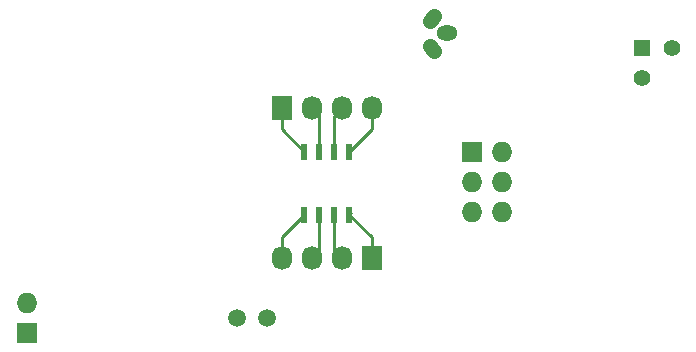
<source format=gbr>
G04 #@! TF.FileFunction,Copper,L2,Bot,Signal*
%FSLAX46Y46*%
G04 Gerber Fmt 4.6, Leading zero omitted, Abs format (unit mm)*
G04 Created by KiCad (PCBNEW (2014-12-13 BZR 5321)-product) date Mon 15 Dec 2014 20:29:37 SAST*
%MOMM*%
G01*
G04 APERTURE LIST*
%ADD10C,0.100000*%
%ADD11O,1.800860X1.300480*%
%ADD12C,1.300480*%
%ADD13C,1.501140*%
%ADD14R,1.727200X1.727200*%
%ADD15O,1.727200X1.727200*%
%ADD16R,0.599440X1.399540*%
%ADD17R,1.727200X2.032000*%
%ADD18O,1.727200X2.032000*%
%ADD19C,1.397000*%
%ADD20R,1.397000X1.397000*%
%ADD21C,0.254000*%
G04 APERTURE END LIST*
D10*
D11*
X162560000Y-72390000D03*
D12*
X161466911Y-70943089D02*
X161113089Y-71296911D01*
X161113089Y-73483089D02*
X161466911Y-73836911D01*
D13*
X144780000Y-96520000D03*
X147320000Y-96520000D03*
D14*
X164730000Y-82460000D03*
D15*
X167270000Y-82460000D03*
X164730000Y-85000000D03*
X167270000Y-85000000D03*
X164730000Y-87540000D03*
X167270000Y-87540000D03*
D16*
X154305000Y-82423000D03*
X154305000Y-87757000D03*
X153035000Y-82423000D03*
X151765000Y-82423000D03*
X150495000Y-82423000D03*
X153035000Y-87757000D03*
X151765000Y-87757000D03*
X150495000Y-87757000D03*
D17*
X148590000Y-78740000D03*
D18*
X151130000Y-78740000D03*
X153670000Y-78740000D03*
X156210000Y-78740000D03*
D17*
X156210000Y-91440000D03*
D18*
X153670000Y-91440000D03*
X151130000Y-91440000D03*
X148590000Y-91440000D03*
D14*
X127000000Y-97790000D03*
D15*
X127000000Y-95250000D03*
D19*
X181610000Y-73660000D03*
D20*
X179070000Y-73660000D03*
D19*
X179070000Y-76200000D03*
D21*
X156210000Y-78740000D02*
X156210000Y-80518000D01*
X156210000Y-80518000D02*
X154305000Y-82423000D01*
X148590000Y-91440000D02*
X148590000Y-89662000D01*
X148590000Y-89662000D02*
X150495000Y-87757000D01*
X151765000Y-82423000D02*
X151765000Y-79375000D01*
X151765000Y-79375000D02*
X151130000Y-78740000D01*
X151765000Y-79375000D02*
X151130000Y-78740000D01*
X153035000Y-82423000D02*
X153035000Y-79375000D01*
X153035000Y-79375000D02*
X153670000Y-78740000D01*
X153035000Y-79375000D02*
X153670000Y-78740000D01*
X148590000Y-78740000D02*
X148590000Y-80518000D01*
X148590000Y-80518000D02*
X150495000Y-82423000D01*
X156210000Y-91440000D02*
X156210000Y-89662000D01*
X156210000Y-89662000D02*
X154305000Y-87757000D01*
X154432000Y-87630000D02*
X154305000Y-87757000D01*
X153035000Y-87757000D02*
X153035000Y-90805000D01*
X153035000Y-90805000D02*
X153670000Y-91440000D01*
X153035000Y-90805000D02*
X153670000Y-91440000D01*
X151765000Y-87757000D02*
X151765000Y-90805000D01*
X151765000Y-90805000D02*
X151130000Y-91440000D01*
X151765000Y-90805000D02*
X151130000Y-91440000D01*
M02*

</source>
